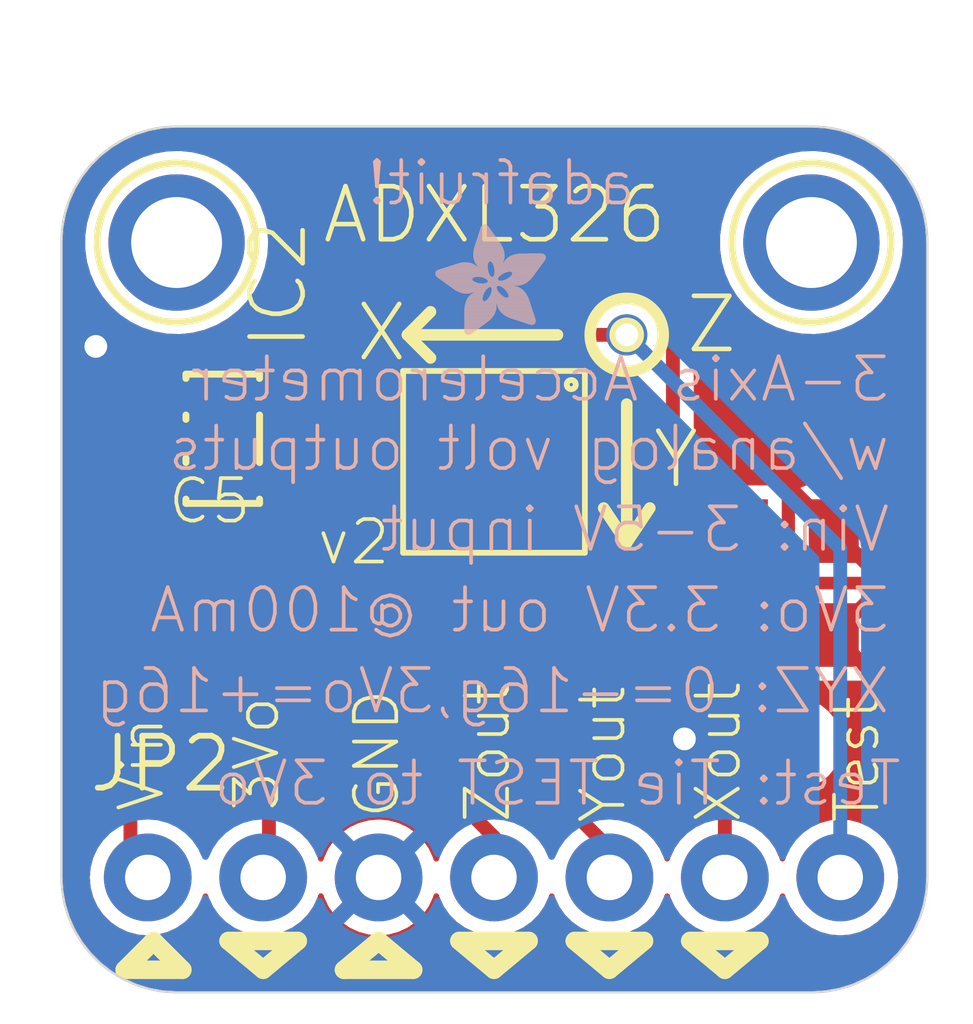
<source format=kicad_pcb>
(kicad_pcb (version 20221018) (generator pcbnew)
  (layers (0 "F.Cu" signal) (1 "In1.Cu" signal) (2 "In2.Cu" signal) (3 "In3.Cu" signal) (4 "In4.Cu" signal) (5 "In5.Cu" signal) (6 "In6.Cu" signal) (7 "In7.Cu" signal) (8 "In8.Cu" signal) (9 "In9.Cu" signal) (10 "In10.Cu" signal) (11 "In11.Cu" signal) (12 "In12.Cu" signal) (13 "In13.Cu" signal) (14 "In14.Cu" signal) (31 "B.Cu" signal) (34 "B.Paste" user) (35 "F.Paste" user) (36 "B.SilkS" user "B.Silkscreen") (37 "F.SilkS" user "F.Silkscreen") (38 "B.Mask" user) (39 "F.Mask" user) (44 "Edge.Cuts" user))
  (net 0 "")
  (net 1 "GND")
  (net 2 "ZOUT")
  (net 3 "YOUT")
  (net 4 "XOUT")
  (net 5 "ST")
  (net 6 "+5V")
  (net 7 "+3V3")
  (footprint "working:C0805K" (layer "F.Cu") (at 146.3344 106.6673 180)
    (fp_text reference "C2" hide)
    (fp_text value "0.1uF")
    (pad "1" smd rect (at -1 0 180) (size 1.1 1.4) (layers "F.Cu" "F.Paste" "F.Mask") (net 2 "ZOUT"))
    (pad "2" smd rect (at 1 0 180) (size 1.1 1.4) (layers "F.Cu" "F.Paste" "F.Mask") (net 1 "GND"))
  )
  (footprint "working:C0805K" (layer "F.Cu") (at 142.2704 105.1433)
    (fp_text reference "C5" (at -1 -0.875) (layer "F.SilkS") (effects (font (size 0.93472 0.93472) (thickness 0.08128)) (justify left bottom)))
    (fp_text value "10uF")
    (pad "1" smd rect (at -1 0) (size 1.1 1.4) (layers "F.Cu" "F.Paste" "F.Mask") (net 6 "+5V"))
    (pad "2" smd rect (at 1 0) (size 1.1 1.4) (layers "F.Cu" "F.Paste" "F.Mask") (net 1 "GND"))
  )
  (footprint "working:1X07_ROUND_76" (layer "F.Cu") (at 148.4934 112.0013)
    (fp_text reference "JP2" (at -8.9662 -1.8288) (layer "F.SilkS") (effects (font (size 1.143 1.143) (thickness 0.127)) (justify left bottom)))
    (fp_text value "")
    (pad "1" thru_hole circle (at -7.62 0 90) (size 1.9304 1.9304) (drill 1) (layers "*.Cu" "*.Mask") (net 6 "+5V"))
    (pad "2" thru_hole circle (at -5.08 0 90) (size 1.9304 1.9304) (drill 1) (layers "*.Cu" "*.Mask") (net 7 "+3V3"))
    (pad "3" thru_hole circle (at -2.54 0 90) (size 1.9304 1.9304) (drill 1) (layers "*.Cu" "*.Mask") (net 1 "GND"))
    (pad "4" thru_hole circle (at 0 0 90) (size 1.9304 1.9304) (drill 1) (layers "*.Cu" "*.Mask") (net 2 "ZOUT"))
    (pad "5" thru_hole circle (at 2.54 0 90) (size 1.9304 1.9304) (drill 1) (layers "*.Cu" "*.Mask") (net 3 "YOUT"))
    (pad "6" thru_hole circle (at 5.08 0 90) (size 1.9304 1.9304) (drill 1) (layers "*.Cu" "*.Mask") (net 4 "XOUT"))
    (pad "7" thru_hole circle (at 7.62 0 90) (size 1.9304 1.9304) (drill 1) (layers "*.Cu" "*.Mask") (net 5 "ST"))
  )
  (footprint "working:MOUNTINGHOLE_2.0_PLATED" (layer "F.Cu") (at 155.4784 98.0313)
    (fp_text reference "U$5" hide)
    (fp_text value "MOUNTINGHOLE2.0" hide)
    (pad "P$1" thru_hole circle (at 0 0) (size 3 3) (drill 2) (layers "*.Cu" "*.Mask"))
    (zone (net 0) (net_name "") (layer "F.Cu") (connect_pads (clearance 0)) (min_thickness 0.25)
      (keepout (tracks not_allowed) (vias not_allowed) (pads not_allowed) (copperpour not_allowed) (footprints allowed))
      (fill (thermal_gap 0.5) (thermal_bridge_width 0.5))
      (polygon (pts (xy 157.4944 98.0313) (xy 157.47478 97.750727) (xy 157.416304 97.475615) (xy 157.320108 97.211319) (xy 157.188065 96.962983) (xy 157.022746 96.73544) (xy 156.827367 96.53312) (xy 156.605733 96.35996) (xy 156.362156 96.219331) (xy 156.101378 96.11397) (xy 155.828475 96.045928) (xy 155.548757 96.016528) (xy 155.267671 96.026344) (xy 154.990685 96.075184) (xy 154.723193 96.162097) (xy 154.4704 96.285393) (xy 154.237226 96.44267) (xy 154.028211 96.630869) (xy 153.847422 96.846325) (xy 153.698378 97.084845) (xy 153.58398 97.341787) (xy 153.506454 97.61215) (xy 153.467311 97.890671) (xy 153.467311 98.171929) (xy 153.506454 98.45045) (xy 153.58398 98.720813) (xy 153.698378 98.977755) (xy 153.847422 99.216275) (xy 154.028211 99.431731) (xy 154.237226 99.61993) (xy 154.4704 99.777207) (xy 154.723193 99.900503) (xy 154.990685 99.987416) (xy 155.267671 100.036256) (xy 155.548757 100.046072) (xy 155.828475 100.016672) (xy 156.101378 99.94863) (xy 156.362156 99.843269) (xy 156.605733 99.70264) (xy 156.827367 99.52948) (xy 157.022746 99.32716) (xy 157.188065 99.099617) (xy 157.320108 98.851281) (xy 157.416304 98.586985) (xy 157.47478 98.311873)))
      (polygon (pts (xy 155.4624 98.0313) (xy 155.467086 98.042614) (xy 155.4784 98.0473) (xy 155.489714 98.042614) (xy 155.4944 98.0313) (xy 155.489714 98.019986) (xy 155.4784 98.0153) (xy 155.467086 98.019986)))
    )
    (zone (net 0) (net_name "") (layer "B.Cu") (connect_pads (clearance 0)) (min_thickness 0.25)
      (keepout (tracks not_allowed) (vias not_allowed) (pads not_allowed) (copperpour not_allowed) (footprints allowed))
      (fill (thermal_gap 0.5) (thermal_bridge_width 0.5))
      (polygon (pts (xy 157.4944 98.0313) (xy 157.47478 97.750727) (xy 157.416304 97.475615) (xy 157.320108 97.211319) (xy 157.188065 96.962983) (xy 157.022746 96.73544) (xy 156.827367 96.53312) (xy 156.605733 96.35996) (xy 156.362156 96.219331) (xy 156.101378 96.11397) (xy 155.828475 96.045928) (xy 155.548757 96.016528) (xy 155.267671 96.026344) (xy 154.990685 96.075184) (xy 154.723193 96.162097) (xy 154.4704 96.285393) (xy 154.237226 96.44267) (xy 154.028211 96.630869) (xy 153.847422 96.846325) (xy 153.698378 97.084845) (xy 153.58398 97.341787) (xy 153.506454 97.61215) (xy 153.467311 97.890671) (xy 153.467311 98.171929) (xy 153.506454 98.45045) (xy 153.58398 98.720813) (xy 153.698378 98.977755) (xy 153.847422 99.216275) (xy 154.028211 99.431731) (xy 154.237226 99.61993) (xy 154.4704 99.777207) (xy 154.723193 99.900503) (xy 154.990685 99.987416) (xy 155.267671 100.036256) (xy 155.548757 100.046072) (xy 155.828475 100.016672) (xy 156.101378 99.94863) (xy 156.362156 99.843269) (xy 156.605733 99.70264) (xy 156.827367 99.52948) (xy 157.022746 99.32716) (xy 157.188065 99.099617) (xy 157.320108 98.851281) (xy 157.416304 98.586985) (xy 157.47478 98.311873)))
      (polygon (pts (xy 155.4624 98.0313) (xy 155.467086 98.042614) (xy 155.4784 98.0473) (xy 155.489714 98.042614) (xy 155.4944 98.0313) (xy 155.489714 98.019986) (xy 155.4784 98.0153) (xy 155.467086 98.019986)))
    )
  )
  (footprint "working:C0805K" (layer "F.Cu") (at 150.6524 106.6673)
    (fp_text reference "C3" hide)
    (fp_text value "0.1uF")
    (pad "1" smd rect (at -1 0) (size 1.1 1.4) (layers "F.Cu" "F.Paste" "F.Mask") (net 3 "YOUT"))
    (pad "2" smd rect (at 1 0) (size 1.1 1.4) (layers "F.Cu" "F.Paste" "F.Mask") (net 1 "GND"))
  )
  (footprint "working:MOUNTINGHOLE_2.0_PLATED" (layer "F.Cu") (at 141.5084 98.0313)
    (fp_text reference "U$8" hide)
    (fp_text value "MOUNTINGHOLE2.0" hide)
    (pad "P$1" thru_hole circle (at 0 0) (size 3 3) (drill 2) (layers "*.Cu" "*.Mask"))
    (zone (net 0) (net_name "") (layer "F.Cu") (connect_pads (clearance 0)) (min_thickness 0.25)
      (keepout (tracks not_allowed) (vias not_allowed) (pads not_allowed) (copperpour not_allowed) (footprints allowed))
      (fill (thermal_gap 0.5) (thermal_bridge_width 0.5))
      (polygon (pts (xy 143.5244 98.0313) (xy 143.50478 97.750727) (xy 143.446304 97.475615) (xy 143.350108 97.211319) (xy 143.218065 96.962983) (xy 143.052746 96.73544) (xy 142.857367 96.53312) (xy 142.635733 96.35996) (xy 142.392156 96.219331) (xy 142.131378 96.11397) (xy 141.858475 96.045928) (xy 141.578757 96.016528) (xy 141.297671 96.026344) (xy 141.020685 96.075184) (xy 140.753193 96.162097) (xy 140.5004 96.285393) (xy 140.267226 96.44267) (xy 140.058211 96.630869) (xy 139.877422 96.846325) (xy 139.728378 97.084845) (xy 139.61398 97.341787) (xy 139.536454 97.61215) (xy 139.497311 97.890671) (xy 139.497311 98.171929) (xy 139.536454 98.45045) (xy 139.61398 98.720813) (xy 139.728378 98.977755) (xy 139.877422 99.216275) (xy 140.058211 99.431731) (xy 140.267226 99.61993) (xy 140.5004 99.777207) (xy 140.753193 99.900503) (xy 141.020685 99.987416) (xy 141.297671 100.036256) (xy 141.578757 100.046072) (xy 141.858475 100.016672) (xy 142.131378 99.94863) (xy 142.392156 99.843269) (xy 142.635733 99.70264) (xy 142.857367 99.52948) (xy 143.052746 99.32716) (xy 143.218065 99.099617) (xy 143.350108 98.851281) (xy 143.446304 98.586985) (xy 143.50478 98.311873)))
      (polygon (pts (xy 141.4924 98.0313) (xy 141.497086 98.042614) (xy 141.5084 98.0473) (xy 141.519714 98.042614) (xy 141.5244 98.0313) (xy 141.519714 98.019986) (xy 141.5084 98.0153) (xy 141.497086 98.019986)))
    )
    (zone (net 0) (net_name "") (layer "B.Cu") (connect_pads (clearance 0)) (min_thickness 0.25)
      (keepout (tracks not_allowed) (vias not_allowed) (pads not_allowed) (copperpour not_allowed) (footprints allowed))
      (fill (thermal_gap 0.5) (thermal_bridge_width 0.5))
      (polygon (pts (xy 143.5244 98.0313) (xy 143.50478 97.750727) (xy 143.446304 97.475615) (xy 143.350108 97.211319) (xy 143.218065 96.962983) (xy 143.052746 96.73544) (xy 142.857367 96.53312) (xy 142.635733 96.35996) (xy 142.392156 96.219331) (xy 142.131378 96.11397) (xy 141.858475 96.045928) (xy 141.578757 96.016528) (xy 141.297671 96.026344) (xy 141.020685 96.075184) (xy 140.753193 96.162097) (xy 140.5004 96.285393) (xy 140.267226 96.44267) (xy 140.058211 96.630869) (xy 139.877422 96.846325) (xy 139.728378 97.084845) (xy 139.61398 97.341787) (xy 139.536454 97.61215) (xy 139.497311 97.890671) (xy 139.497311 98.171929) (xy 139.536454 98.45045) (xy 139.61398 98.720813) (xy 139.728378 98.977755) (xy 139.877422 99.216275) (xy 140.058211 99.431731) (xy 140.267226 99.61993) (xy 140.5004 99.777207) (xy 140.753193 99.900503) (xy 141.020685 99.987416) (xy 141.297671 100.036256) (xy 141.578757 100.046072) (xy 141.858475 100.016672) (xy 142.131378 99.94863) (xy 142.392156 99.843269) (xy 142.635733 99.70264) (xy 142.857367 99.52948) (xy 143.052746 99.32716) (xy 143.218065 99.099617) (xy 143.350108 98.851281) (xy 143.446304 98.586985) (xy 143.50478 98.311873)))
      (polygon (pts (xy 141.4924 98.0313) (xy 141.497086 98.042614) (xy 141.5084 98.0473) (xy 141.519714 98.042614) (xy 141.5244 98.0313) (xy 141.519714 98.019986) (xy 141.5084 98.0153) (xy 141.497086 98.019986)))
    )
  )
  (footprint "working:16LCSP" (layer "F.Cu") (at 148.4934 102.8573 -90)
    (fp_text reference "IC1" hide)
    (fp_text value "ADXL33X")
    (fp_poly (pts (xy -1 1) (xy 1 1) (xy 1 -1) (xy -1 -1)) (fill solid) (layer "F.Cu"))
    (pad "1" smd rect (at -1.825 -0.975 270) (size 0.7 0.35) (layers "F.Cu" "F.Paste" "F.Mask"))
    (pad "2" smd rect (at -1.825 -0.325 270) (size 0.7 0.35) (layers "F.Cu" "F.Paste" "F.Mask") (net 5 "ST"))
    (pad "3" smd rect (at -1.825 0.325 270) (size 0.7 0.35) (layers "F.Cu" "F.Paste" "F.Mask") (net 1 "GND"))
    (pad "4" smd rect (at -1.825 0.975 270) (size 0.7 0.35) (layers "F.Cu" "F.Paste" "F.Mask"))
    (pad "5" smd rect (at -0.975 1.85) (size 0.7 0.35) (layers "F.Cu" "F.Paste" "F.Mask") (net 1 "GND"))
    (pad "6" smd rect (at -0.35 1.85) (size 0.7 0.35) (layers "F.Cu" "F.Paste" "F.Mask") (net 1 "GND"))
    (pad "7" smd rect (at 0.325 1.85) (size 0.7 0.35) (layers "F.Cu" "F.Paste" "F.Mask") (net 1 "GND"))
    (pad "8" smd rect (at 0.975 1.85) (size 0.7 0.35) (layers "F.Cu" "F.Paste" "F.Mask") (net 2 "ZOUT"))
    (pad "9" smd rect (at 1.825 0.975 90) (size 0.7 0.35) (layers "F.Cu" "F.Paste" "F.Mask"))
    (pad "10" smd rect (at 1.825 0.325 90) (size 0.7 0.35) (layers "F.Cu" "F.Paste" "F.Mask") (net 3 "YOUT"))
    (pad "11" smd rect (at 1.825 -0.325 90) (size 0.7 0.35) (layers "F.Cu" "F.Paste" "F.Mask"))
    (pad "12" smd rect (at 1.825 -0.975 90) (size 0.7 0.35) (layers "F.Cu" "F.Paste" "F.Mask") (net 4 "XOUT"))
    (pad "13" smd rect (at 0.975 -1.825 180) (size 0.7 0.35) (layers "F.Cu" "F.Paste" "F.Mask"))
    (pad "14" smd rect (at 0.325 -1.825 180) (size 0.7 0.35) (layers "F.Cu" "F.Paste" "F.Mask") (net 7 "+3V3"))
    (pad "15" smd rect (at -0.325 -1.825 180) (size 0.7 0.35) (layers "F.Cu" "F.Paste" "F.Mask") (net 7 "+3V3"))
    (pad "16" smd rect (at -0.975 -1.825 180) (size 0.7 0.35) (layers "F.Cu" "F.Paste" "F.Mask"))
  )
  (footprint "working:FIDUCIAL_1MM" (layer "F.Cu") (at 155.1482 109.0549)
    (fp_text reference "U$1" hide)
    (fp_text value "FIDUCIAL" hide)
    (pad "1" smd roundrect (at 0 0) (size 1 1) (layers "F.Cu") (roundrect_rratio 0.5))
    (zone (net 0) (net_name "") (layer "F.Cu") (connect_pads (clearance 0)) (min_thickness 0.25)
      (keepout (tracks not_allowed) (vias not_allowed) (pads not_allowed) (copperpour not_allowed) (footprints allowed))
      (fill (thermal_gap 0.5) (thermal_bridge_width 0.5))
      (polygon (pts (xy 154.1482 109.0549) (xy 154.1482 109.0549) (xy 154.167415 109.24999) (xy 154.22432 109.437583) (xy 154.31673 109.61047) (xy 154.441093 109.762007) (xy 154.59263 109.88637) (xy 154.765517 109.97878) (xy 155.1482 110.0549) (xy 155.1482 110.0549) (xy 155.34329 110.035685) (xy 155.530883 109.97878) (xy 155.70377 109.88637) (xy 155.855307 109.762007) (xy 155.97967 109.61047) (xy 156.07208 109.437583) (xy 156.1482 109.0549) (xy 156.1482 109.0549) (xy 156.128985 108.85981) (xy 156.07208 108.672217) (xy 155.97967 108.49933) (xy 155.855307 108.347793) (xy 155.70377 108.22343) (xy 155.530883 108.13102) (xy 155.1482 108.0549) (xy 155.1482 108.0549) (xy 154.95311 108.074115) (xy 154.765517 108.13102) (xy 154.59263 108.22343) (xy 154.441093 108.347793) (xy 154.31673 108.49933) (xy 154.22432 108.672217)))
    )
  )
  (footprint "working:FIDUCIAL_1MM" (layer "F.Cu") (at 144.3278 99.6823)
    (fp_text reference "U$2" hide)
    (fp_text value "FIDUCIAL" hide)
    (pad "1" smd roundrect (at 0 0) (size 1 1) (layers "F.Cu") (roundrect_rratio 0.5))
    (zone (net 0) (net_name "") (layer "F.Cu") (connect_pads (clearance 0)) (min_thickness 0.25)
      (keepout (tracks not_allowed) (vias not_allowed) (pads not_allowed) (copperpour not_allowed) (footprints allowed))
      (fill (thermal_gap 0.5) (thermal_bridge_width 0.5))
      (polygon (pts (xy 143.3278 99.6823) (xy 143.3278 99.6823) (xy 143.347015 99.87739) (xy 143.40392 100.064983) (xy 143.49633 100.23787) (xy 143.620693 100.389407) (xy 143.77223 100.51377) (xy 143.945117 100.60618) (xy 144.3278 100.6823) (xy 144.3278 100.6823) (xy 144.52289 100.663085) (xy 144.710483 100.60618) (xy 144.88337 100.51377) (xy 145.034907 100.389407) (xy 145.15927 100.23787) (xy 145.25168 100.064983) (xy 145.3278 99.6823) (xy 145.3278 99.6823) (xy 145.308585 99.48721) (xy 145.25168 99.299617) (xy 145.15927 99.12673) (xy 145.034907 98.975193) (xy 144.88337 98.85083) (xy 144.710483 98.75842) (xy 144.3278 98.6823) (xy 144.3278 98.6823) (xy 144.13271 98.701515) (xy 143.945117 98.75842) (xy 143.77223 98.85083) (xy 143.620693 98.975193) (xy 143.49633 99.12673) (xy 143.40392 99.299617)))
    )
  )
  (footprint "working:SOT23-5L" (layer "F.Cu") (at 142.5244 102.3493 -90)
    (fp_text reference "IC2" (at -1.905 -1.905 -90) (layer "F.SilkS") (effects (font (size 1.1684 1.1684) (thickness 0.1016)) (justify left bottom)))
    (fp_text value "LP298XS")
    (pad "1" smd rect (at -0.95 1.3 270) (size 0.55 1.2) (layers "F.Cu" "F.Paste" "F.Mask") (net 6 "+5V"))
    (pad "2" smd rect (at 0 1.3 270) (size 0.55 1.2) (layers "F.Cu" "F.Paste" "F.Mask") (net 1 "GND"))
    (pad "3" smd rect (at 0.95 1.3 270) (size 0.55 1.2) (layers "F.Cu" "F.Paste" "F.Mask") (net 6 "+5V"))
    (pad "4" smd rect (at 0.95 -1.3 270) (size 0.55 1.2) (layers "F.Cu" "F.Paste" "F.Mask"))
    (pad "5" smd rect (at -0.95 -1.3 270) (size 0.55 1.2) (layers "F.Cu" "F.Paste" "F.Mask") (net 7 "+3V3"))
  )
  (footprint "working:C0805K" (layer "F.Cu") (at 154.9704 104.3813)
    (fp_text reference "C1" hide)
    (fp_text value "10uF")
    (pad "1" smd rect (at -1 0) (size 1.1 1.4) (layers "F.Cu" "F.Paste" "F.Mask") (net 7 "+3V3"))
    (pad "2" smd rect (at 1 0) (size 1.1 1.4) (layers "F.Cu" "F.Paste" "F.Mask") (net 1 "GND"))
  )
  (footprint "working:C0805K" (layer "F.Cu") (at 154.9704 106.6673)
    (fp_text reference "C4" hide)
    (fp_text value "0.1uF")
    (pad "1" smd rect (at -1 0) (size 1.1 1.4) (layers "F.Cu" "F.Paste" "F.Mask") (net 4 "XOUT"))
    (pad "2" smd rect (at 1 0) (size 1.1 1.4) (layers "F.Cu" "F.Paste" "F.Mask") (net 1 "GND"))
  )
  (footprint "working:ADAFRUIT_2.5MM" (layer "B.Cu") (at 149.6364 100.0633 180)
    (fp_text reference "U$4" hide)
    (fp_text value "" hide)
  )
  (gr_line (start 147.7314 113.3983) (end 148.4934 114.0333) (stroke (width 0.4064)) (layer "F.SilkS"))
  (gr_line (start 154.3354 113.3983) (end 152.8114 113.3983) (stroke (width 0.4064)) (layer "F.SilkS"))
  (gr_line (start 140.3654 114.0333) (end 141.0004 113.3983) (stroke (width 0.4064)) (layer "F.SilkS"))
  (gr_line (start 148.4934 114.0333) (end 149.2554 113.3983) (stroke (width 0.4064)) (layer "F.SilkS"))
  (gr_line (start 146.5884 100.0633) (end 147.0964 99.5553) (stroke (width 0.254)) (layer "F.SilkS"))
  (gr_line (start 149.8904 100.0633) (end 146.5884 100.0633) (stroke (width 0.254)) (layer "F.SilkS"))
  (gr_line (start 146.5884 100.0633) (end 147.0964 100.5713) (stroke (width 0.254)) (layer "F.SilkS"))
  (gr_line (start 151.4144 101.5873) (end 151.4144 104.6353) (stroke (width 0.254)) (layer "F.SilkS"))
  (gr_line (start 141.6354 114.0333) (end 140.3654 114.0333) (stroke (width 0.4064)) (layer "F.SilkS"))
  (gr_line (start 152.8114 113.3983) (end 153.5734 114.0333) (stroke (width 0.4064)) (layer "F.SilkS"))
  (gr_line (start 145.9534 113.3983) (end 145.1914 114.0333) (stroke (width 0.4064)) (layer "F.SilkS"))
  (gr_line (start 151.7954 113.3983) (end 150.2714 113.3983) (stroke (width 0.4064)) (layer "F.SilkS"))
  (gr_line (start 150.2714 113.3983) (end 151.0334 114.0333) (stroke (width 0.4064)) (layer "F.SilkS"))
  (gr_circle (center 151.4144 100.0633) (end 151.6684 100.0633) (stroke (width 0.254)) (fill none) (layer "F.SilkS"))
  (gr_circle (center 151.4144 100.0633) (end 152.2176 100.0633) (stroke (width 0.254)) (fill none) (layer "F.SilkS"))
  (gr_line (start 143.4134 114.0333) (end 144.1754 113.3983) (stroke (width 0.4064)) (layer "F.SilkS"))
  (gr_line (start 145.1914 114.0333) (end 146.7154 114.0333) (stroke (width 0.4064)) (layer "F.SilkS"))
  (gr_line (start 151.4144 104.6353) (end 151.9224 103.8733) (stroke (width 0.254)) (layer "F.SilkS"))
  (gr_line (start 149.2554 113.3983) (end 147.7314 113.3983) (stroke (width 0.4064)) (layer "F.SilkS"))
  (gr_line (start 153.5734 114.0333) (end 154.3354 113.3983) (stroke (width 0.4064)) (layer "F.SilkS"))
  (gr_line (start 144.1754 113.3983) (end 142.6514 113.3983) (stroke (width 0.4064)) (layer "F.SilkS"))
  (gr_line (start 142.6514 113.3983) (end 143.4134 114.0333) (stroke (width 0.4064)) (layer "F.SilkS"))
  (gr_line (start 151.0334 114.0333) (end 151.7954 113.3983) (stroke (width 0.4064)) (layer "F.SilkS"))
  (gr_line (start 141.0004 113.3983) (end 141.6354 114.0333) (stroke (width 0.4064)) (layer "F.SilkS"))
  (gr_line (start 146.7154 114.0333) (end 145.9534 113.3983) (stroke (width 0.4064)) (layer "F.SilkS"))
  (gr_line (start 151.4144 104.6353) (end 150.9064 103.8733) (stroke (width 0.254)) (layer "F.SilkS"))
  (gr_arc (start 141.5134 114.5287) (mid 139.717349 113.784751) (end 138.9734 111.9887) (stroke (width 0.05)) (layer "Edge.Cuts"))
  (gr_line (start 138.9734 98.0185) (end 138.9734 111.9887) (stroke (width 0.05)) (layer "Edge.Cuts"))
  (gr_line (start 158.0288 111.9887) (end 158.0288 98.0185) (stroke (width 0.05)) (layer "Edge.Cuts"))
  (gr_line (start 155.4888 95.4785) (end 141.5134 95.4785) (stroke (width 0.05)) (layer "Edge.Cuts"))
  (gr_arc (start 158.0288 111.9887) (mid 157.284851 113.784751) (end 155.4888 114.5287) (stroke (width 0.05)) (layer "Edge.Cuts"))
  (gr_line (start 141.5134 114.5287) (end 155.4888 114.5287) (stroke (width 0.05)) (layer "Edge.Cuts"))
  (gr_arc (start 155.4888 95.4785) (mid 157.284851 96.222449) (end 158.0288 98.0185) (stroke (width 0.05)) (layer "Edge.Cuts"))
  (gr_arc (start 138.9734 98.0185) (mid 139.717349 96.222449) (end 141.5134 95.4785) (stroke (width 0.05)) (layer "Edge.Cuts"))
  (gr_text "Test: Tie TEST to 3Vo" (at 157.5104 110.4773) (layer "B.SilkS") (effects (font (size 0.93472 0.93472) (thickness 0.08128)) (justify left bottom mirror)))
  (gr_text "3-Axis Accelerometer" (at 157.2564 101.5873) (layer "B.SilkS") (effects (font (size 0.93472 0.93472) (thickness 0.08128)) (justify left bottom mirror)))
  (gr_text "adafruit!" (at 151.6684 97.2693) (layer "B.SilkS") (effects (font (size 0.93472 0.93472) (thickness 0.08128)) (justify left bottom mirror)))
  (gr_text "3Vo: 3.3V out @100mA" (at 157.2564 106.6673) (layer "B.SilkS") (effects (font (size 0.93472 0.93472) (thickness 0.08128)) (justify left bottom mirror)))
  (gr_text "Vin: 3-5V input" (at 157.2564 104.8893) (layer "B.SilkS") (effects (font (size 0.93472 0.93472) (thickness 0.08128)) (justify left bottom mirror)))
  (gr_text "XYZ: 0=-16g,3Vo=+16g" (at 157.2564 108.4453) (layer "B.SilkS") (effects (font (size 0.93472 0.93472) (thickness 0.08128)) (justify left bottom mirror)))
  (gr_text "w/analog volt outputs" (at 157.2564 103.1113) (layer "B.SilkS") (effects (font (size 0.93472 0.93472) (thickness 0.08128)) (justify left bottom mirror)))
  (gr_text "Z" (at 152.659 100.5205) (layer "F.SilkS") (effects (font (size 1.1684 1.1684) (thickness 0.1016)) (justify left bottom)))
  (gr_text "X" (at 145.3946 100.6983) (layer "F.SilkS") (effects (font (size 1.1684 1.1684) (thickness 0.1016)) (justify left bottom)))
  (gr_text "Y" (at 153.0654 102.1207) (layer "F.SilkS") (effects (font (size 1.1684 1.1684) (thickness 0.1016)) (justify right top)))
  (gr_text "GND" (at 146.4614 110.7567 90) (layer "F.SilkS") (effects (font (size 0.93472 0.93472) (thickness 0.08128)) (justify left bottom)))
  (gr_text "Test" (at 157.0278 110.8583 90) (layer "F.SilkS") (effects (font (size 0.93472 0.93472) (thickness 0.08128)) (justify left bottom)))
  (gr_text "Zout" (at 148.8998 110.8583 90) (layer "F.SilkS") (effects (font (size 0.93472 0.93472) (thickness 0.08128)) (justify left bottom)))
  (gr_text "Vin" (at 141.2798 110.6043 90) (layer "F.SilkS") (effects (font (size 0.93472 0.93472) (thickness 0.08128)) (justify left bottom)))
  (gr_text "ADXL326" (at 144.658 98.1075) (layer "F.SilkS") (effects (font (size 1.1684 1.1684) (thickness 0.1016)) (justify left bottom)))
  (gr_text "Xout" (at 153.9798 110.8583 90) (layer "F.SilkS") (effects (font (size 0.93472 0.93472) (thickness 0.08128)) (justify left bottom)))
  (gr_text "v2" (at 144.5513 105.1687) (layer "F.SilkS") (effects (font (size 0.93472 0.93472) (thickness 0.08128)) (justify left bottom)))
  (gr_text "Yout" (at 151.4398 110.8583 90) (layer "F.SilkS") (effects (font (size 0.93472 0.93472) (thickness 0.08128)) (justify left bottom)))
  (gr_text "3Vo" (at 143.8198 110.6043 90) (layer "F.SilkS") (effects (font (size 0.93472 0.93472) (thickness 0.08128)) (justify left bottom)))
  (segment (start 141.2244 102.3493) (end 141.7624 102.3493) (width 0.254) (layer "F.Cu") (net 1))
  (segment (start 141.7624 102.3493) (end 142.2704 101.8413) (width 0.254) (layer "F.Cu") (net 1))
  (via (at 152.6844 108.9533) (size 0.9064) (drill 0.5) (layers "F.Cu" "B.Cu") (net 1))
  (via (at 139.7304 100.3173) (size 0.9064) (drill 0.5) (layers "F.Cu" "B.Cu") (net 1))
  (segment (start 148.4934 111.1123) (end 147.3504 109.9693) (width 0.3048) (layer "F.Cu") (net 2))
  (segment (start 146.6434 105.7063) (end 146.6434 103.8323) (width 0.254) (layer "F.Cu") (net 2))
  (segment (start 147.3504 106.4133) (end 146.6434 105.7063) (width 0.254) (layer "F.Cu") (net 2))
  (segment (start 147.3504 109.9693) (end 147.3504 106.6673) (width 0.3048) (layer "F.Cu") (net 2))
  (segment (start 147.3344 106.4293) (end 147.3504 106.4133) (width 0.254) (layer "F.Cu") (net 2))
  (segment (start 147.3504 106.6673) (end 147.3344 106.6673) (width 0.3048) (layer "F.Cu") (net 2))
  (segment (start 147.3344 106.6673) (end 147.3344 106.4293) (width 0.254) (layer "F.Cu") (net 2))
  (segment (start 148.4934 112.0013) (end 148.4934 111.1123) (width 0.3048) (layer "F.Cu") (net 2))
  (segment (start 149.6364 106.9213) (end 149.6524 106.9053) (width 0.3048) (layer "F.Cu") (net 3))
  (segment (start 151.0334 111.3663) (end 149.6364 109.9693) (width 0.3048) (layer "F.Cu") (net 3))
  (segment (start 149.6364 109.9693) (end 149.6364 106.9213) (width 0.3048) (layer "F.Cu") (net 3))
  (segment (start 149.6524 106.9053) (end 149.6524 106.6673) (width 0.3048) (layer "F.Cu") (net 3))
  (segment (start 149.6524 106.6673) (end 149.3824 106.6673) (width 0.254) (layer "F.Cu") (net 3))
  (segment (start 151.0334 112.0013) (end 151.0334 111.3663) (width 0.3048) (layer "F.Cu") (net 3))
  (segment (start 149.3824 106.6673) (end 148.1684 105.4533) (width 0.254) (layer "F.Cu") (net 3))
  (segment (start 148.1684 105.4533) (end 148.1684 104.6823) (width 0.254) (layer "F.Cu") (net 3))
  (segment (start 153.9544 106.6673) (end 152.1764 104.8893) (width 0.254) (layer "F.Cu") (net 4))
  (segment (start 153.9544 106.6673) (end 153.9704 106.6673) (width 0.3048) (layer "F.Cu") (net 4))
  (segment (start 154.2084 107.6833) (end 154.2084 106.9213) (width 0.3048) (layer "F.Cu") (net 4))
  (segment (start 153.5734 112.0013) (end 153.5734 108.3183) (width 0.3048) (layer "F.Cu") (net 4))
  (segment (start 153.5734 108.3183) (end 154.2084 107.6833) (width 0.3048) (layer "F.Cu") (net 4))
  (segment (start 149.4684 104.8893) (end 149.4684 104.6823) (width 0.254) (layer "F.Cu") (net 4))
  (segment (start 152.1764 104.8893) (end 149.4684 104.8893) (width 0.254) (layer "F.Cu") (net 4))
  (segment (start 154.2084 106.9213) (end 153.9544 106.6673) (width 0.3048) (layer "F.Cu") (net 4))
  (segment (start 151.4144 100.0633) (end 149.1284 100.0633) (width 0.3048) (layer "F.Cu") (net 5))
  (segment (start 149.1284 100.0633) (end 148.8744 100.3173) (width 0.3048) (layer "F.Cu") (net 5))
  (segment (start 148.8744 100.3173) (end 148.8744 100.8253) (width 0.3048) (layer "F.Cu") (net 5))
  (segment (start 148.8744 100.8253) (end 148.8184 100.8813) (width 0.3048) (layer "F.Cu") (net 5))
  (segment (start 148.8184 100.8813) (end 148.8184 101.0323) (width 0.3048) (layer "F.Cu") (net 5))
  (via (at 151.4144 100.0633) (size 0.9064) (drill 0.5) (layers "F.Cu" "B.Cu") (net 5))
  (segment (start 156.1134 112.0013) (end 156.1134 104.7623) (width 0.3048) (layer "B.Cu") (net 5))
  (segment (start 156.1134 104.7623) (end 151.4144 100.0633) (width 0.3048) (layer "B.Cu") (net 5))
  (segment (start 141.2704 105.1433) (end 141.0004 104.3653) (width 0.3048) (layer "F.Cu") (net 6))
  (segment (start 141.0004 104.3653) (end 141.0004 103.3293) (width 0.3048) (layer "F.Cu") (net 6))
  (segment (start 141.2544 104.6353) (end 141.2704 105.1433) (width 0.3048) (layer "F.Cu") (net 6))
  (segment (start 141.2544 105.3973) (end 141.2544 104.6353) (width 0.3048) (layer "F.Cu") (net 6))
  (segment (start 141.0004 103.3293) (end 141.2244 103.2993) (width 0.3048) (layer "F.Cu") (net 6))
  (segment (start 139.9844 103.2993) (end 139.9844 101.3333) (width 0.3048) (layer "F.Cu") (net 6))
  (segment (start 139.9844 101.3333) (end 140.9044 101.3333) (width 0.3048) (layer "F.Cu") (net 6))
  (segment (start 141.2244 103.2993) (end 139.9844 103.2993) (width 0.3048) (layer "F.Cu") (net 6))
  (segment (start 140.9044 101.3333) (end 141.2244 101.3993) (width 0.3048) (layer "F.Cu") (net 6))
  (segment (start 140.8734 112.0013) (end 140.4924 111.6203) (width 0.3048) (layer "F.Cu") (net 6))
  (segment (start 140.4924 106.1593) (end 141.2544 105.3973) (width 0.3048) (layer "F.Cu") (net 6))
  (segment (start 140.4924 111.6203) (end 140.4924 106.1593) (width 0.3048) (layer "F.Cu") (net 6))
  (segment (start 143.5404 107.1753) (end 142.2704 105.9053) (width 0.3048) (layer "F.Cu") (net 7))
  (segment (start 143.8244 101.3993) (end 145.1254 101.3993) (width 0.3048) (layer "F.Cu") (net 7))
  (segment (start 152.7554 103.1823) (end 153.9544 104.3813) (width 0.3048) (layer "F.Cu") (net 7))
  (segment (start 143.5404 101.3693) (end 143.8244 101.3993) (width 0.3048) (layer "F.Cu") (net 7))
  (segment (start 153.9544 104.3813) (end 153.9704 104.3813) (width 0.3048) (layer "F.Cu") (net 7))
  (segment (start 145.1254 101.3993) (end 147.3504 99.1743) (width 0.3048) (layer "F.Cu") (net 7))
  (segment (start 143.5404 101.3693) (end 143.5404 101.3333) (width 0.3048) (layer "F.Cu") (net 7))
  (segment (start 150.3984 103.1113) (end 150.3184 103.0313) (width 0.254) (layer "F.Cu") (net 7))
  (segment (start 150.3184 103.1823) (end 150.3274 103.1823) (width 0.254) (layer "F.Cu") (net 7))
  (segment (start 152.4304 103.1823) (end 150.3184 103.1823) (width 0.3048) (layer "F.Cu") (net 7))
  (segment (start 142.2704 103.1113) (end 143.5404 101.8413) (width 0.3048) (layer "F.Cu") (net 7))
  (segment (start 151.7954 99.1743) (end 152.4304 99.8093) (width 0.3048) (layer "F.Cu") (net 7))
  (segment (start 150.3184 103.0313) (end 150.3184 102.5323) (width 0.254) (layer "F.Cu") (net 7))
  (segment (start 143.5404 101.8413) (end 143.5404 101.3693) (width 0.3048) (layer "F.Cu") (net 7))
  (segment (start 152.4304 103.1823) (end 152.7554 103.1823) (width 0.3048) (layer "F.Cu") (net 7))
  (segment (start 150.3274 103.1823) (end 150.3984 103.1113) (width 0.254) (layer "F.Cu") (net 7))
  (segment (start 142.2704 105.9053) (end 142.2704 103.1113) (width 0.3048) (layer "F.Cu") (net 7))
  (segment (start 143.5404 111.8743) (end 143.5404 107.1753) (width 0.3048) (layer "F.Cu") (net 7))
  (segment (start 152.4304 99.8093) (end 152.4304 103.1823) (width 0.3048) (layer "F.Cu") (net 7))
  (segment (start 147.3504 99.1743) (end 151.7954 99.1743) (width 0.3048) (layer "F.Cu") (net 7))
  (segment (start 143.4134 112.0013) (end 143.5404 111.8743) (width 0.3048) (layer "F.Cu") (net 7))
  (zone (net 1) (net_name "GND") (layer "F.Cu") (priority 6) (connect_pads (clearance 0.3048)) (min_thickness 0.127) (fill yes (thermal_gap 0.304) (thermal_bridge_width 0.304))
    (polygon (pts (xy 159.0344 114.6937) (xy 138.9684 114.6937) (xy 138.9684 95.3897) (xy 159.0344 95.3897)))
  )
  (zone (net 1) (net_name "GND") (layer "B.Cu") (priority 6) (connect_pads (clearance 0.3048)) (min_thickness 0.1524) (fill yes (thermal_gap 0.3548) (thermal_bridge_width 0.3548))
    (polygon (pts (xy 158.2978 114.7191) (xy 138.689 114.7191) (xy 138.689 95.3643) (xy 158.2978 95.3643)))
  )
)
</source>
